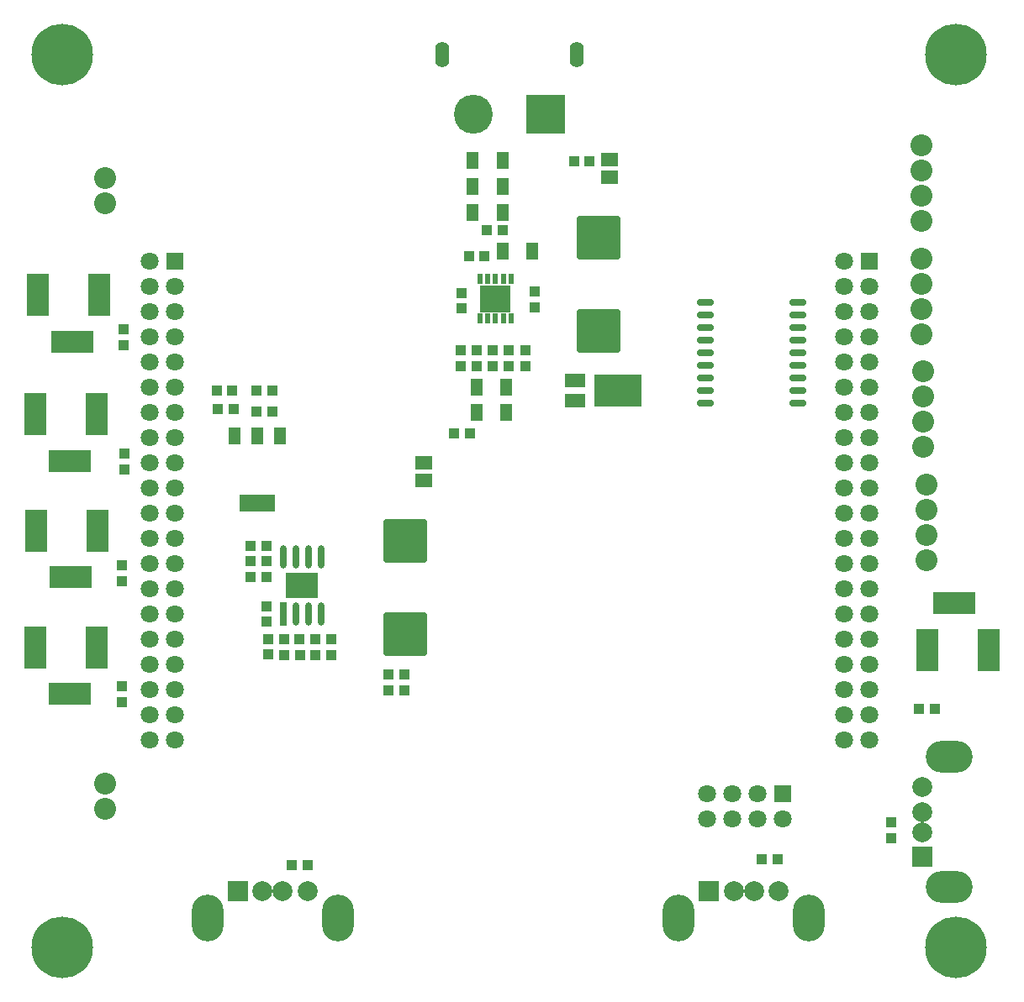
<source format=gbr>
%TF.GenerationSoftware,Altium Limited,Altium Designer,22.5.1 (42)*%
G04 Layer_Color=8388736*
%FSLAX44Y44*%
%MOMM*%
%TF.SameCoordinates,FC5E5A78-ED25-47B3-91C5-E03428921660*%
%TF.FilePolarity,Negative*%
%TF.FileFunction,Soldermask,Top*%
%TF.Part,Single*%
G01*
G75*
%TA.AperFunction,SMDPad,CuDef*%
%ADD68R,1.0532X1.0532*%
%ADD69R,1.0032X1.0032*%
%ADD70R,1.0032X1.0032*%
%ADD72R,1.6732X1.3632*%
%ADD73R,1.0532X1.0532*%
%TA.AperFunction,ComponentPad*%
%ADD78O,1.4032X2.6032*%
%ADD79R,3.9192X3.9192*%
%ADD80C,3.9192*%
%ADD81C,2.0032*%
%ADD82R,2.0032X2.0032*%
%ADD83O,3.2032X4.7032*%
%ADD84C,2.2032*%
%ADD85C,1.8032*%
%ADD86R,1.8032X1.8032*%
%ADD87R,2.2032X4.2032*%
%ADD88R,4.2032X2.2032*%
%ADD89R,2.0032X2.0032*%
%ADD90O,4.7032X3.2032*%
%ADD91R,1.8032X1.8032*%
%ADD92C,6.2032*%
%TA.AperFunction,SMDPad,CuDef*%
%ADD95R,1.2032X1.8032*%
G04:AMPARAMS|DCode=96|XSize=1.6532mm|YSize=0.6332mm|CornerRadius=0.2091mm|HoleSize=0mm|Usage=FLASHONLY|Rotation=0.000|XOffset=0mm|YOffset=0mm|HoleType=Round|Shape=RoundedRectangle|*
%AMROUNDEDRECTD96*
21,1,1.6532,0.2150,0,0,0.0*
21,1,1.2350,0.6332,0,0,0.0*
1,1,0.4182,0.6175,-0.1075*
1,1,0.4182,-0.6175,-0.1075*
1,1,0.4182,-0.6175,0.1075*
1,1,0.4182,0.6175,0.1075*
%
%ADD96ROUNDEDRECTD96*%
G04:AMPARAMS|DCode=97|XSize=4.4032mm|YSize=4.4032mm|CornerRadius=0.3116mm|HoleSize=0mm|Usage=FLASHONLY|Rotation=90.000|XOffset=0mm|YOffset=0mm|HoleType=Round|Shape=RoundedRectangle|*
%AMROUNDEDRECTD97*
21,1,4.4032,3.7800,0,0,90.0*
21,1,3.7800,4.4032,0,0,90.0*
1,1,0.6232,1.8900,1.8900*
1,1,0.6232,1.8900,-1.8900*
1,1,0.6232,-1.8900,-1.8900*
1,1,0.6232,-1.8900,1.8900*
%
%ADD97ROUNDEDRECTD97*%
%ADD98R,0.5020X1.1020*%
%ADD99R,3.1020X2.7020*%
%ADD100R,2.1020X1.4020*%
%ADD101R,4.7200X3.3200*%
%ADD102R,3.3032X2.6032*%
%ADD103O,0.6532X2.3532*%
%ADD104R,0.6532X2.3532*%
%ADD105R,1.3032X1.7532*%
%ADD106R,1.3032X1.7532*%
%ADD107R,3.6532X1.7532*%
D68*
X-33000Y136208D02*
D03*
Y151707D02*
D03*
X-665D02*
D03*
Y136208D02*
D03*
X-49043Y151750D02*
D03*
Y136250D02*
D03*
X-48292Y209750D02*
D03*
Y194250D02*
D03*
X-242893Y-139250D02*
D03*
Y-154750D02*
D03*
X-245000Y-121750D02*
D03*
Y-106250D02*
D03*
D69*
X-16708Y135642D02*
D03*
Y151643D02*
D03*
X16000Y151858D02*
D03*
Y135857D02*
D03*
X25403Y195000D02*
D03*
Y211000D02*
D03*
X-244693Y-76893D02*
D03*
Y-60893D02*
D03*
X-260985Y-76893D02*
D03*
Y-60893D02*
D03*
X-388817Y173000D02*
D03*
Y157000D02*
D03*
X-387500Y48000D02*
D03*
Y32000D02*
D03*
X-390000Y-187000D02*
D03*
Y-203000D02*
D03*
Y-64500D02*
D03*
Y-80500D02*
D03*
X384000Y-324000D02*
D03*
Y-340000D02*
D03*
D70*
X-41000Y247153D02*
D03*
X-25000D02*
D03*
X412000Y-210000D02*
D03*
X428000D02*
D03*
X-7000Y273000D02*
D03*
X-23000D02*
D03*
X253750Y-360750D02*
D03*
X269750D02*
D03*
X-122000Y-191293D02*
D03*
X-106000D02*
D03*
X-122000Y-175000D02*
D03*
X-106000D02*
D03*
X-179258Y-155043D02*
D03*
X-195257D02*
D03*
X-227000Y-155293D02*
D03*
X-211000D02*
D03*
X-261000Y-45000D02*
D03*
X-245000D02*
D03*
X-219000Y-367250D02*
D03*
X-203000D02*
D03*
X-255000Y111000D02*
D03*
X-239000D02*
D03*
X-279000D02*
D03*
X-295000D02*
D03*
X-278000Y93000D02*
D03*
X-294000D02*
D03*
X-255000Y90000D02*
D03*
X-239000D02*
D03*
D72*
X100642Y326100D02*
D03*
Y343900D02*
D03*
X-86000Y21100D02*
D03*
Y38900D02*
D03*
D73*
X-55500Y68000D02*
D03*
X-40000D02*
D03*
X65250Y342043D02*
D03*
X80750D02*
D03*
X-179708Y-139000D02*
D03*
X-195208D02*
D03*
X-226750D02*
D03*
X-211250D02*
D03*
D78*
X67500Y450000D02*
D03*
X-67500D02*
D03*
D79*
X36000Y390000D02*
D03*
D80*
X-36000D02*
D03*
D81*
X-228500Y-393600D02*
D03*
X-203500Y-393600D02*
D03*
X-248500Y-393600D02*
D03*
X415900Y-313700D02*
D03*
X415900Y-288700D02*
D03*
X415900Y-333700D02*
D03*
X226050Y-393650D02*
D03*
X271050Y-393650D02*
D03*
X246050Y-393650D02*
D03*
D82*
X-273500Y-393600D02*
D03*
X201050Y-393650D02*
D03*
D83*
X-304200Y-420700D02*
D03*
X-172800D02*
D03*
X301750Y-420750D02*
D03*
X170350D02*
D03*
D84*
X-407500Y-285100D02*
D03*
Y-310500D02*
D03*
Y300000D02*
D03*
Y325400D02*
D03*
X419588Y-60127D02*
D03*
Y-34727D02*
D03*
Y-9327D02*
D03*
Y16073D02*
D03*
X416587Y130723D02*
D03*
Y105323D02*
D03*
Y79922D02*
D03*
Y54523D02*
D03*
X414588Y168443D02*
D03*
Y193843D02*
D03*
Y219243D02*
D03*
Y244643D02*
D03*
Y358563D02*
D03*
Y333163D02*
D03*
Y307763D02*
D03*
Y282363D02*
D03*
D85*
X337300Y-241300D02*
D03*
X362700D02*
D03*
X337300Y-190500D02*
D03*
X362700D02*
D03*
X337300Y-139700D02*
D03*
X362700D02*
D03*
X337300Y-88900D02*
D03*
X362700D02*
D03*
X337300Y-12700D02*
D03*
X362700D02*
D03*
X337300Y38100D02*
D03*
X362700D02*
D03*
X337300Y88900D02*
D03*
X362700D02*
D03*
X337300Y139700D02*
D03*
X362700D02*
D03*
X337300Y190500D02*
D03*
X362700D02*
D03*
X337300Y241300D02*
D03*
Y215900D02*
D03*
X362700D02*
D03*
Y165100D02*
D03*
X337300D02*
D03*
X362700Y114300D02*
D03*
X337300D02*
D03*
X362700Y63500D02*
D03*
X337300D02*
D03*
X362700Y12700D02*
D03*
X337300D02*
D03*
X362700Y-38100D02*
D03*
X337300D02*
D03*
X362700Y-63500D02*
D03*
X337300D02*
D03*
X362700Y-114300D02*
D03*
X337300D02*
D03*
X362700Y-165100D02*
D03*
X337300D02*
D03*
X362700Y-215900D02*
D03*
X337300D02*
D03*
X-362700D02*
D03*
X-337300D02*
D03*
X-362700Y-165100D02*
D03*
X-337300D02*
D03*
X-362700Y-114300D02*
D03*
X-337300D02*
D03*
X-362700Y-63500D02*
D03*
X-337300D02*
D03*
X-362700Y-38100D02*
D03*
X-337300D02*
D03*
X-362700Y12700D02*
D03*
X-337300D02*
D03*
X-362700Y63500D02*
D03*
X-337300D02*
D03*
X-362700Y114300D02*
D03*
X-337300D02*
D03*
X-362700Y165100D02*
D03*
X-337300D02*
D03*
Y215900D02*
D03*
X-362700D02*
D03*
Y241300D02*
D03*
X-337300Y190500D02*
D03*
X-362700D02*
D03*
X-337300Y139700D02*
D03*
X-362700D02*
D03*
X-337300Y88900D02*
D03*
X-362700D02*
D03*
X-337300Y38100D02*
D03*
X-362700D02*
D03*
X-337300Y-12700D02*
D03*
X-362700D02*
D03*
X-337300Y-88900D02*
D03*
X-362700D02*
D03*
X-337300Y-139700D02*
D03*
X-362700D02*
D03*
X-337300Y-190500D02*
D03*
X-362700D02*
D03*
X-337300Y-241300D02*
D03*
X-362700D02*
D03*
X198650Y-320450D02*
D03*
Y-295050D02*
D03*
X249450D02*
D03*
Y-320450D02*
D03*
X274850D02*
D03*
X224050Y-295050D02*
D03*
Y-320450D02*
D03*
D86*
X362700Y241300D02*
D03*
X-337300D02*
D03*
D87*
X-413000Y207500D02*
D03*
X-475000D02*
D03*
X-477500Y87500D02*
D03*
X-415500D02*
D03*
X-415000Y-30000D02*
D03*
X-477000D02*
D03*
X-477500Y-147500D02*
D03*
X-415500D02*
D03*
X420500Y-150000D02*
D03*
X482500D02*
D03*
D88*
X-440000Y160500D02*
D03*
X-442500Y40500D02*
D03*
X-442000Y-77000D02*
D03*
X-442500Y-194500D02*
D03*
X447500Y-103000D02*
D03*
D89*
X415900Y-358700D02*
D03*
D90*
X443000Y-389400D02*
D03*
Y-258000D02*
D03*
D91*
X274850Y-295050D02*
D03*
D92*
X-450000Y-450000D02*
D03*
X450000Y450000D02*
D03*
Y-450000D02*
D03*
X-450000Y450000D02*
D03*
D95*
X-37000Y343000D02*
D03*
X-7000D02*
D03*
Y317000D02*
D03*
X-37000D02*
D03*
X-7000Y291000D02*
D03*
X-37000D02*
D03*
X-33000Y89458D02*
D03*
X-3000D02*
D03*
X-33000Y115000D02*
D03*
X-3000D02*
D03*
X23000Y252000D02*
D03*
X-7000D02*
D03*
D96*
X197700Y199800D02*
D03*
Y187100D02*
D03*
Y174400D02*
D03*
Y161700D02*
D03*
Y149000D02*
D03*
Y136300D02*
D03*
Y123600D02*
D03*
Y110900D02*
D03*
Y98200D02*
D03*
X290000Y199800D02*
D03*
Y187100D02*
D03*
Y174400D02*
D03*
Y161700D02*
D03*
Y149000D02*
D03*
Y136300D02*
D03*
Y123600D02*
D03*
Y110900D02*
D03*
Y98200D02*
D03*
D97*
X90000Y265000D02*
D03*
Y171000D02*
D03*
X-105000Y-134480D02*
D03*
Y-40480D02*
D03*
D98*
X2000Y184000D02*
D03*
X-6000D02*
D03*
X-14000D02*
D03*
X-22000D02*
D03*
X-30000D02*
D03*
Y224000D02*
D03*
X-22000D02*
D03*
X-14000D02*
D03*
X-6000D02*
D03*
X2000D02*
D03*
D99*
X-14000Y204000D02*
D03*
D100*
X66000Y121178D02*
D03*
Y100857D02*
D03*
D101*
X109180Y111018D02*
D03*
D102*
X-209000Y-85000D02*
D03*
D103*
X-189950Y-56250D02*
D03*
X-202650D02*
D03*
X-215350D02*
D03*
X-228050D02*
D03*
X-189950Y-113750D02*
D03*
X-202650D02*
D03*
X-215350D02*
D03*
D104*
X-228050D02*
D03*
D105*
X-254000Y65750D02*
D03*
X-277000D02*
D03*
D106*
X-231000D02*
D03*
D107*
X-254000Y-1750D02*
D03*
%TF.MD5,e0bf0532d7da183d1c21927d0dc3867e*%
M02*

</source>
